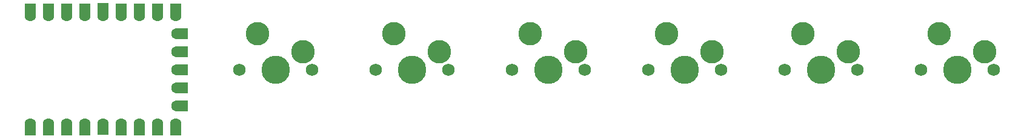
<source format=gbr>
G04 #@! TF.GenerationSoftware,KiCad,Pcbnew,(6.0.6)*
G04 #@! TF.CreationDate,2022-09-21T14:47:18+10:00*
G04 #@! TF.ProjectId,freshboard,66726573-6862-46f6-9172-642e6b696361,rev?*
G04 #@! TF.SameCoordinates,Original*
G04 #@! TF.FileFunction,Soldermask,Bot*
G04 #@! TF.FilePolarity,Negative*
%FSLAX46Y46*%
G04 Gerber Fmt 4.6, Leading zero omitted, Abs format (unit mm)*
G04 Created by KiCad (PCBNEW (6.0.6)) date 2022-09-21 14:47:18*
%MOMM*%
%LPD*%
G01*
G04 APERTURE LIST*
%ADD10C,3.987800*%
%ADD11C,1.750000*%
%ADD12C,3.300000*%
%ADD13R,1.600200X1.574800*%
%ADD14C,1.600000*%
G04 APERTURE END LIST*
D10*
G04 #@! TO.C,SW6*
X198120000Y-93980000D03*
D11*
X203200000Y-93980000D03*
X193040000Y-93980000D03*
D12*
X201930000Y-91440000D03*
X195580000Y-88900000D03*
G04 #@! TD*
D10*
G04 #@! TO.C,SW5*
X179070000Y-93980000D03*
D11*
X184150000Y-93980000D03*
X173990000Y-93980000D03*
D12*
X182880000Y-91440000D03*
X176530000Y-88900000D03*
G04 #@! TD*
D11*
G04 #@! TO.C,SW1*
X107950000Y-93980000D03*
D10*
X102870000Y-93980000D03*
D11*
X97790000Y-93980000D03*
D12*
X106680000Y-91440000D03*
X100330000Y-88900000D03*
G04 #@! TD*
D13*
G04 #@! TO.C,RZ1*
X86362500Y-102472000D03*
X68582500Y-102446600D03*
X71122500Y-102446600D03*
X83822500Y-102446600D03*
X89816900Y-88908400D03*
X89842300Y-99068400D03*
X86362500Y-85454000D03*
X81282500Y-102446600D03*
X78729800Y-85377800D03*
X68582500Y-85428600D03*
X89816900Y-91448400D03*
X88902500Y-102472000D03*
X88902500Y-85454000D03*
X83822500Y-85428600D03*
X81282500Y-85428600D03*
X71122500Y-85428600D03*
X73662500Y-102472000D03*
X89816900Y-96528400D03*
X89842300Y-93988400D03*
X73662500Y-85454000D03*
X76202500Y-102472000D03*
X76202500Y-85454000D03*
X78729800Y-102395800D03*
D14*
X68580000Y-86360000D03*
X71120000Y-86360000D03*
X73660000Y-86360000D03*
X76200000Y-86360000D03*
X78740000Y-86360000D03*
X81280000Y-86360000D03*
X83820000Y-86360000D03*
X86360000Y-86360000D03*
X88900000Y-86360000D03*
X89110000Y-88900000D03*
X89110000Y-91440000D03*
X89110000Y-93980000D03*
X89110000Y-96520000D03*
X89110000Y-99060000D03*
X88900000Y-101600000D03*
X86360000Y-101600000D03*
X83820000Y-101600000D03*
X81280000Y-101600000D03*
X78740000Y-101600000D03*
X76200000Y-101600000D03*
X73660000Y-101600000D03*
X68580000Y-101600000D03*
X71120000Y-101600000D03*
G04 #@! TD*
D11*
G04 #@! TO.C,SW4*
X154940000Y-93980000D03*
D10*
X160020000Y-93980000D03*
D11*
X165100000Y-93980000D03*
D12*
X163830000Y-91440000D03*
X157480000Y-88900000D03*
G04 #@! TD*
D11*
G04 #@! TO.C,SW2*
X127000000Y-93980000D03*
X116840000Y-93980000D03*
D10*
X121920000Y-93980000D03*
D12*
X125730000Y-91440000D03*
X119380000Y-88900000D03*
G04 #@! TD*
D11*
G04 #@! TO.C,SW3*
X135890000Y-93980000D03*
D10*
X140970000Y-93980000D03*
D11*
X146050000Y-93980000D03*
D12*
X144780000Y-91440000D03*
X138430000Y-88900000D03*
G04 #@! TD*
M02*

</source>
